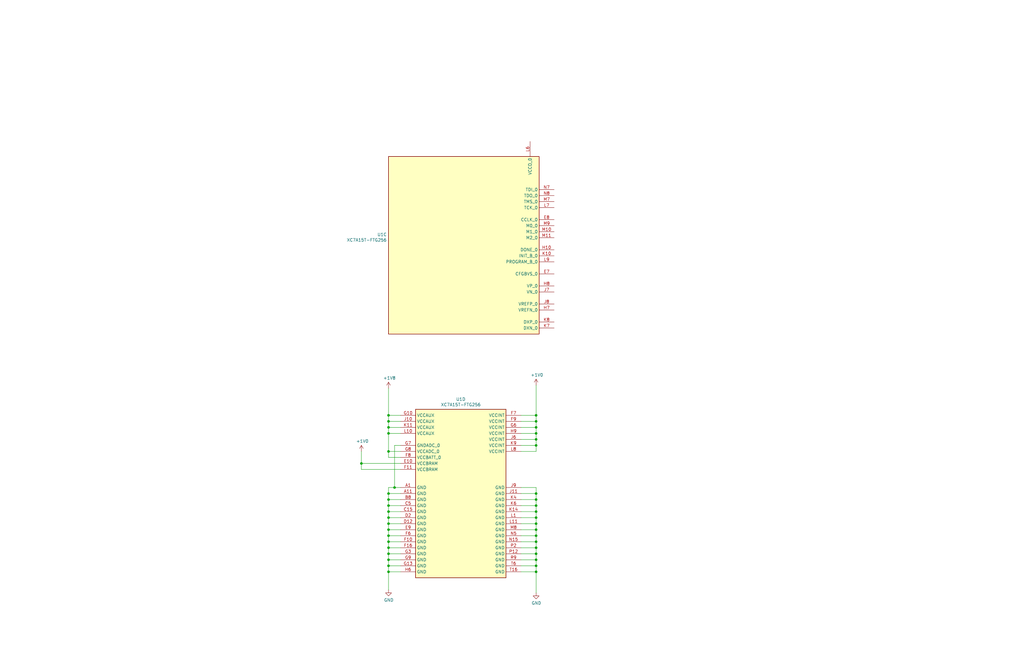
<source format=kicad_sch>
(kicad_sch (version 20200512) (host eeschema "5.99.0-unknown-adb1074~101~ubuntu20.04.1")
  (page 1 8)
  (paper "B")
  (lib_symbols
    (symbol "FPGA_Xilinx_Artix7:XC7A15T-FTG256"
      (property "Reference" "U" (at 0 1.27 0))
      (property "Value" "XC7A15T-FTG256" (at 0 -1.27 0))
      (symbol "XC7A15T-FTG256_1_1"
        (rectangle (start -44.45 67.31) (end 44.45 -73.66) (stroke (width 0.254)) (fill (type background)))
        (pin power_in line (at -40.64 73.66 270) (length 6.35) (name "VCCO_14") (number "L16"))
        (pin power_in line (at -38.1 73.66 270) (length 6.35) (name "VCCO_14") (number "M13"))
        (pin power_in line (at -35.56 73.66 270) (length 6.35) (name "VCCO_14") (number "N10"))
        (pin power_in line (at -33.02 73.66 270) (length 6.35) (name "VCCO_14") (number "P7"))
        (pin power_in line (at -30.48 73.66 270) (length 6.35) (name "VCCO_14") (number "R14"))
        (pin power_in line (at -27.94 73.66 270) (length 6.35) (name "VCCO_14") (number "T11"))
        (pin bidirectional line (at -50.8 53.34 0) (length 6.35) (name "IO_0_14") (number "K12"))
        (pin bidirectional line (at -50.8 50.8 0) (length 6.35) (name "IO_L1P_T0_D00_MOSI_14") (number "J13"))
        (pin bidirectional line (at -50.8 48.26 0) (length 6.35) (name "IO_L1N_T0_D01_DIN_14") (number "J14"))
        (pin bidirectional line (at -50.8 45.72 0) (length 6.35) (name "IO_L2P_T0_D02_14") (number "K15"))
        (pin bidirectional line (at -50.8 43.18 0) (length 6.35) (name "IO_L2N_T0_D03_14") (number "K16"))
        (pin bidirectional line (at -50.8 40.64 0) (length 6.35) (name "IO_L3P_T0_DQS_PUDC_B_14") (number "L15"))
        (pin bidirectional line (at -50.8 38.1 0) (length 6.35) (name "IO_L3N_T0_DQS_EMCCLK_14") (number "M15"))
        (pin bidirectional line (at -50.8 35.56 0) (length 6.35) (name "IO_L4P_T0_D04_14") (number "L14"))
        (pin bidirectional line (at -50.8 33.02 0) (length 6.35) (name "IO_L4N_T0_D05_14") (number "M14"))
        (pin bidirectional line (at -50.8 30.48 0) (length 6.35) (name "IO_L5P_T0_D06_14") (number "K13"))
        (pin bidirectional line (at -50.8 27.94 0) (length 6.35) (name "IO_L5N_T0_D07_14") (number "L13"))
        (pin bidirectional line (at -50.8 25.4 0) (length 6.35) (name "IO_L6P_T0_FCS_B_14") (number "L12"))
        (pin bidirectional line (at -50.8 22.86 0) (length 6.35) (name "IO_L6N_T0_D08_VREF_14") (number "M12"))
        (pin bidirectional line (at -50.8 20.32 0) (length 6.35) (name "IO_L7P_T1_D09_14") (number "M16"))
        (pin bidirectional line (at -50.8 17.78 0) (length 6.35) (name "IO_L7N_T1_D10_14") (number "N16"))
        (pin bidirectional line (at -50.8 15.24 0) (length 6.35) (name "IO_L8P_T1_D11_14") (number "P15"))
        (pin bidirectional line (at -50.8 12.7 0) (length 6.35) (name "IO_L8N_T1_D12_14") (number "P16"))
        (pin bidirectional line (at -50.8 10.16 0) (length 6.35) (name "IO_L9P_T1_DQS_14") (number "R15"))
        (pin bidirectional line (at -50.8 7.62 0) (length 6.35) (name "IO_L9N_T1_DQS_D13_14") (number "R16"))
        (pin bidirectional line (at -50.8 5.08 0) (length 6.35) (name "IO_L10P_T1_D14_14") (number "T14"))
        (pin bidirectional line (at -50.8 2.54 0) (length 6.35) (name "IO_L10N_T1_D15_14") (number "T15"))
        (pin bidirectional line (at -50.8 0 0) (length 6.35) (name "IO_L11P_T1_SRCC_14") (number "N13"))
        (pin bidirectional line (at -50.8 -2.54 0) (length 6.35) (name "IO_L11N_T1_SRCC_14") (number "P13"))
        (pin bidirectional line (at -50.8 -5.08 0) (length 6.35) (name "IO_L12P_T1_MRCC_14") (number "N14"))
        (pin bidirectional line (at -50.8 -7.62 0) (length 6.35) (name "IO_L12N_T1_MRCC_14") (number "P14"))
        (pin bidirectional line (at -50.8 -10.16 0) (length 6.35) (name "IO_L13P_T2_MRCC_14") (number "N11"))
        (pin bidirectional line (at -50.8 -12.7 0) (length 6.35) (name "IO_L13N_T2_MRCC_14") (number "N12"))
        (pin bidirectional line (at -50.8 -15.24 0) (length 6.35) (name "IO_L14P_T2_SRCC_14") (number "P10"))
        (pin bidirectional line (at -50.8 -17.78 0) (length 6.35) (name "IO_L14N_T2_SRCC_14") (number "P11"))
        (pin bidirectional line (at -50.8 -20.32 0) (length 6.35) (name "IO_L15P_T2_DQS_RDWR_B_14") (number "R12"))
        (pin bidirectional line (at -50.8 -22.86 0) (length 6.35) (name "IO_L15N_T2_DQS_DOUT_CSO_B_14") (number "T12"))
        (pin bidirectional line (at -50.8 -25.4 0) (length 6.35) (name "IO_L16P_T2_CSI_B_14") (number "R13"))
        (pin bidirectional line (at -50.8 -27.94 0) (length 6.35) (name "IO_L16N_T2_A15_D31_14") (number "T13"))
        (pin bidirectional line (at -50.8 -30.48 0) (length 6.35) (name "IO_L17P_T2_A14_D30_14") (number "R10"))
        (pin bidirectional line (at -50.8 -33.02 0) (length 6.35) (name "IO_L17N_T2_A13_D29_14") (number "R11"))
        (pin bidirectional line (at -50.8 -35.56 0) (length 6.35) (name "IO_L18P_T2_A12_D28_14") (number "N9"))
        (pin bidirectional line (at -50.8 -38.1 0) (length 6.35) (name "IO_L18N_T2_A11_D27_14") (number "P9"))
        (pin bidirectional line (at -50.8 -40.64 0) (length 6.35) (name "IO_L19P_T3_A10_D26_14") (number "M6"))
        (pin bidirectional line (at -50.8 -43.18 0) (length 6.35) (name "IO_L19N_T3_A09_D25_VREF_14") (number "N6"))
        (pin bidirectional line (at -50.8 -45.72 0) (length 6.35) (name "IO_L20P_T3_A08_D24_14") (number "P8"))
        (pin bidirectional line (at -50.8 -48.26 0) (length 6.35) (name "IO_L20N_T3_A07_D23_14") (number "R8"))
        (pin bidirectional line (at -50.8 -50.8 0) (length 6.35) (name "IO_L21P_T3_DQS_14") (number "T7"))
        (pin bidirectional line (at -50.8 -53.34 0) (length 6.35) (name "IO_L21N_T3_DQS_A06_D22_14") (number "T8"))
        (pin bidirectional line (at -50.8 -55.88 0) (length 6.35) (name "IO_L22P_T3_A05_D21_14") (number "T9"))
        (pin bidirectional line (at -50.8 -58.42 0) (length 6.35) (name "IO_L22N_T3_A04_D20_14") (number "T10"))
        (pin bidirectional line (at -50.8 -60.96 0) (length 6.35) (name "IO_L23P_T3_A03_D19_14") (number "R5"))
        (pin bidirectional line (at -50.8 -63.5 0) (length 6.35) (name "IO_L23N_T3_A02_D18_14") (number "T5"))
        (pin bidirectional line (at -50.8 -66.04 0) (length 6.35) (name "IO_L24P_T3_A01_D17_14") (number "R6"))
        (pin bidirectional line (at -50.8 -68.58 0) (length 6.35) (name "IO_L24N_T3_A00_D16_14") (number "R7"))
        (pin bidirectional line (at -50.8 -71.12 0) (length 6.35) (name "IO_25_14") (number "P6"))
        (pin power_in line (at 27.94 73.66 270) (length 6.35) (name "VCCO_15") (number "A16"))
        (pin power_in line (at 30.48 73.66 270) (length 6.35) (name "VCCO_15") (number "B13"))
        (pin power_in line (at 33.02 73.66 270) (length 6.35) (name "VCCO_15") (number "C10"))
        (pin power_in line (at 35.56 73.66 270) (length 6.35) (name "VCCO_15") (number "E14"))
        (pin power_in line (at 38.1 73.66 270) (length 6.35) (name "VCCO_15") (number "H15"))
        (pin power_in line (at 40.64 73.66 270) (length 6.35) (name "VCCO_15") (number "J12"))
        (pin bidirectional line (at 50.8 53.34 180) (length 6.35) (name "IO_0_15") (number "D10"))
        (pin bidirectional line (at 50.8 50.8 180) (length 6.35) (name "IO_L1P_T0_AD0P_15") (number "C8"))
        (pin bidirectional line (at 50.8 48.26 180) (length 6.35) (name "IO_L1N_T0_AD0N_15") (number "C9"))
        (pin bidirectional line (at 50.8 45.72 180) (length 6.35) (name "IO_L2P_T0_AD8P_15") (number "A8"))
        (pin bidirectional line (at 50.8 43.18 180) (length 6.35) (name "IO_L2N_T0_AD8N_15") (number "A9"))
        (pin bidirectional line (at 50.8 40.64 180) (length 6.35) (name "IO_L3P_T0_DQS_AD1P_15") (number "B9"))
        (pin bidirectional line (at 50.8 38.1 180) (length 6.35) (name "IO_L3N_T0_DQS_AD1N_15") (number "A10"))
        (pin bidirectional line (at 50.8 35.56 180) (length 6.35) (name "IO_L4P_T0_15") (number "B10"))
        (pin bidirectional line (at 50.8 33.02 180) (length 6.35) (name "IO_L4N_T0_15") (number "B11"))
        (pin bidirectional line (at 50.8 30.48 180) (length 6.35) (name "IO_L5P_T0_AD9P_15") (number "B12"))
        (pin bidirectional line (at 50.8 27.94 180) (length 6.35) (name "IO_L5N_T0_AD9N_15") (number "A12"))
        (pin bidirectional line (at 50.8 25.4 180) (length 6.35) (name "IO_L6P_T0_15") (number "D8"))
        (pin bidirectional line (at 50.8 22.86 180) (length 6.35) (name "IO_L6N_T0_VREF_15") (number "D9"))
        (pin bidirectional line (at 50.8 20.32 180) (length 6.35) (name "IO_L7P_T1_AD2P_15") (number "A13"))
        (pin bidirectional line (at 50.8 17.78 180) (length 6.35) (name "IO_L7N_T1_AD2N_15") (number "A14"))
        (pin bidirectional line (at 50.8 15.24 180) (length 6.35) (name "IO_L8P_T1_AD10P_15") (number "C14"))
        (pin bidirectional line (at 50.8 12.7 180) (length 6.35) (name "IO_L8N_T1_AD10N_15") (number "B14"))
        (pin bidirectional line (at 50.8 10.16 180) (length 6.35) (name "IO_L9P_T1_DQS_AD3P_15") (number "B15"))
        (pin bidirectional line (at 50.8 7.62 180) (length 6.35) (name "IO_L9N_T1_DQS_AD3N_15") (number "A15"))
        (pin bidirectional line (at 50.8 5.08 180) (length 6.35) (name "IO_L10P_T1_AD11P_15") (number "C16"))
        (pin bidirectional line (at 50.8 2.54 180) (length 6.35) (name "IO_L10N_T1_AD11N_15") (number "B16"))
        (pin bidirectional line (at 50.8 0 180) (length 6.35) (name "IO_L11P_T1_SRCC_15") (number "C11"))
        (pin bidirectional line (at 50.8 -2.54 180) (length 6.35) (name "IO_L11N_T1_SRCC_15") (number "C12"))
        (pin bidirectional line (at 50.8 -5.08 180) (length 6.35) (name "IO_L12P_T1_MRCC_15") (number "D13"))
        (pin bidirectional line (at 50.8 -7.62 180) (length 6.35) (name "IO_L12N_T1_MRCC_15") (number "C13"))
        (pin bidirectional line (at 50.8 -10.16 180) (length 6.35) (name "IO_L13P_T2_MRCC_15") (number "E12"))
        (pin bidirectional line (at 50.8 -12.7 180) (length 6.35) (name "IO_L13N_T2_MRCC_15") (number "E13"))
        (pin bidirectional line (at 50.8 -15.24 180) (length 6.35) (name "IO_L14P_T2_SRCC_15") (number "E11"))
        (pin bidirectional line (at 50.8 -17.78 180) (length 6.35) (name "IO_L14N_T2_SRCC_15") (number "D11"))
        (pin bidirectional line (at 50.8 -20.32 180) (length 6.35) (name "IO_L15P_T2_DQS_15") (number "D14"))
        (pin bidirectional line (at 50.8 -22.86 180) (length 6.35) (name "IO_L15N_T2_DQS_ADV_B_15") (number "D15"))
        (pin bidirectional line (at 50.8 -25.4 180) (length 6.35) (name "IO_L16P_T2_A28_15") (number "F12"))
        (pin bidirectional line (at 50.8 -27.94 180) (length 6.35) (name "IO_L16N_T2_A27_15") (number "F13"))
        (pin bidirectional line (at 50.8 -30.48 180) (length 6.35) (name "IO_L17P_T2_A26_15") (number "E16"))
        (pin bidirectional line (at 50.8 -33.02 180) (length 6.35) (name "IO_L17N_T2_A25_15") (number "D16"))
        (pin bidirectional line (at 50.8 -35.56 180) (length 6.35) (name "IO_L18P_T2_A24_15") (number "F15"))
        (pin bidirectional line (at 50.8 -38.1 180) (length 6.35) (name "IO_L18N_T2_A23_15") (number "E15"))
        (pin bidirectional line (at 50.8 -40.64 180) (length 6.35) (name "IO_L19P_T3_A22_15") (number "H11"))
        (pin bidirectional line (at 50.8 -43.18 180) (length 6.35) (name "IO_L19N_T3_A21_VREF_15") (number "G12"))
        (pin bidirectional line (at 50.8 -45.72 180) (length 6.35) (name "IO_L20P_T3_A20_15") (number "H12"))
        (pin bidirectional line (at 50.8 -48.26 180) (length 6.35) (name "IO_L20N_T3_A19_15") (number "H13"))
        (pin bidirectional line (at 50.8 -50.8 180) (length 6.35) (name "IO_L21P_T3_DQS_15") (number "G14"))
        (pin bidirectional line (at 50.8 -53.34 180) (length 6.35) (name "IO_L21N_T3_DQS_A18_15") (number "F14"))
        (pin bidirectional line (at 50.8 -55.88 180) (length 6.35) (name "IO_L22P_T3_A17_15") (number "H16"))
        (pin bidirectional line (at 50.8 -58.42 180) (length 6.35) (name "IO_L22N_T3_A16_15") (number "G16"))
        (pin bidirectional line (at 50.8 -60.96 180) (length 6.35) (name "IO_L23P_T3_FOE_B_15") (number "J15"))
        (pin bidirectional line (at 50.8 -63.5 180) (length 6.35) (name "IO_L23N_T3_FWE_B_15") (number "J16"))
        (pin bidirectional line (at 50.8 -66.04 180) (length 6.35) (name "IO_L24P_T3_RS1_15") (number "H14"))
        (pin bidirectional line (at 50.8 -68.58 180) (length 6.35) (name "IO_L24N_T3_RS0_15") (number "G15"))
        (pin bidirectional line (at 50.8 -71.12 180) (length 6.35) (name "IO_25_15") (number "G11"))
      )
      (symbol "XC7A15T-FTG256_2_1"
        (rectangle (start -44.45 67.31) (end 44.45 -73.66) (stroke (width 0.254)) (fill (type background)))
        (pin power_in line (at -40.64 73.66 270) (length 6.35) (name "VCCO_34") (number "M3"))
        (pin power_in line (at -38.1 73.66 270) (length 6.35) (name "VCCO_34") (number "R4"))
        (pin power_in line (at -35.56 73.66 270) (length 6.35) (name "VCCO_34") (number "T1"))
        (pin bidirectional line (at -50.8 53.34 0) (length 6.35) (name "IO_0_34") (number "L5"))
        (pin bidirectional line (at -50.8 50.8 0) (length 6.35) (name "IO_L1P_T0_34") (number "L4"))
        (pin bidirectional line (at -50.8 48.26 0) (length 6.35) (name "IO_L1N_T0_34") (number "M4"))
        (pin bidirectional line (at -50.8 45.72 0) (length 6.35) (name "IO_L2P_T0_34") (number "M2"))
        (pin bidirectional line (at -50.8 43.18 0) (length 6.35) (name "IO_L2N_T0_34") (number "M1"))
        (pin bidirectional line (at -50.8 40.64 0) (length 6.35) (name "IO_L3P_T0_DQS_34") (number "N3"))
        (pin bidirectional line (at -50.8 38.1 0) (length 6.35) (name "IO_L3N_T0_DQS_34") (number "N2"))
        (pin bidirectional line (at -50.8 35.56 0) (length 6.35) (name "IO_L4P_T0_34") (number "N1"))
        (pin bidirectional line (at -50.8 33.02 0) (length 6.35) (name "IO_L4N_T0_34") (number "P1"))
        (pin bidirectional line (at -50.8 30.48 0) (length 6.35) (name "IO_L5P_T0_34") (number "P4"))
        (pin bidirectional line (at -50.8 27.94 0) (length 6.35) (name "IO_L5N_T0_34") (number "P3"))
        (pin bidirectional line (at -50.8 25.4 0) (length 6.35) (name "IO_L6P_T0_34") (number "M5"))
        (pin bidirectional line (at -50.8 22.86 0) (length 6.35) (name "IO_L6N_T0_VREF_34") (number "N4"))
        (pin bidirectional line (at -50.8 20.32 0) (length 6.35) (name "IO_L7P_T1_34") (number "R2"))
        (pin bidirectional line (at -50.8 17.78 0) (length 6.35) (name "IO_L7N_T1_34") (number "R1"))
        (pin bidirectional line (at -50.8 15.24 0) (length 6.35) (name "IO_L8P_T1_34") (number "R3"))
        (pin bidirectional line (at -50.8 12.7 0) (length 6.35) (name "IO_L8N_T1_34") (number "T2"))
        (pin bidirectional line (at -50.8 10.16 0) (length 6.35) (name "IO_L9P_T1_DQS_34") (number "T4"))
        (pin bidirectional line (at -50.8 7.62 0) (length 6.35) (name "IO_L9N_T1_DQS_34") (number "T3"))
        (pin bidirectional line (at -50.8 5.08 0) (length 6.35) (name "IO_L10P_T1_34") (number "P5"))
        (pin power_in line (at 27.94 73.66 270) (length 6.35) (name "VCCO_35") (number "A6"))
        (pin power_in line (at 30.48 73.66 270) (length 6.35) (name "VCCO_35") (number "B3"))
        (pin power_in line (at 33.02 73.66 270) (length 6.35) (name "VCCO_35") (number "D7"))
        (pin power_in line (at 35.56 73.66 270) (length 6.35) (name "VCCO_35") (number "E4"))
        (pin power_in line (at 38.1 73.66 270) (length 6.35) (name "VCCO_35") (number "F1"))
        (pin power_in line (at 40.64 73.66 270) (length 6.35) (name "VCCO_35") (number "J2"))
        (pin bidirectional line (at 50.8 53.34 180) (length 6.35) (name "IO_0_35") (number "E6"))
        (pin bidirectional line (at 50.8 50.8 180) (length 6.35) (name "IO_L1P_T0_AD4P_35") (number "B7"))
        (pin bidirectional line (at 50.8 48.26 180) (length 6.35) (name "IO_L1N_T0_AD4N_35") (number "A7"))
        (pin bidirectional line (at 50.8 45.72 180) (length 6.35) (name "IO_L2P_T0_AD12P_35") (number "B6"))
        (pin bidirectional line (at 50.8 43.18 180) (length 6.35) (name "IO_L2N_T0_AD12N_35") (number "B5"))
        (pin bidirectional line (at 50.8 40.64 180) (length 6.35) (name "IO_L3P_T0_DQS_AD5P_35") (number "A5"))
        (pin bidirectional line (at 50.8 38.1 180) (length 6.35) (name "IO_L3N_T0_DQS_AD5N_35") (number "A4"))
        (pin bidirectional line (at 50.8 35.56 180) (length 6.35) (name "IO_L4P_T0_35") (number "B4"))
        (pin bidirectional line (at 50.8 33.02 180) (length 6.35) (name "IO_L4N_T0_35") (number "A3"))
        (pin bidirectional line (at 50.8 30.48 180) (length 6.35) (name "IO_L5P_T0_AD13P_35") (number "C7"))
        (pin bidirectional line (at 50.8 27.94 180) (length 6.35) (name "IO_L5N_T0_AD13N_35") (number "C6"))
        (pin bidirectional line (at 50.8 25.4 180) (length 6.35) (name "IO_L6P_T0_35") (number "D6"))
        (pin bidirectional line (at 50.8 22.86 180) (length 6.35) (name "IO_L6N_T0_VREF_35") (number "D5"))
        (pin bidirectional line (at 50.8 20.32 180) (length 6.35) (name "IO_L7P_T1_AD6P_35") (number "C3"))
        (pin bidirectional line (at 50.8 17.78 180) (length 6.35) (name "IO_L7N_T1_AD6N_35") (number "C2"))
        (pin bidirectional line (at 50.8 15.24 180) (length 6.35) (name "IO_L8P_T1_AD14P_35") (number "B2"))
        (pin bidirectional line (at 50.8 12.7 180) (length 6.35) (name "IO_L8N_T1_AD14N_35") (number "A2"))
        (pin bidirectional line (at 50.8 10.16 180) (length 6.35) (name "IO_L9P_T1_DQS_AD7P_35") (number "C1"))
        (pin bidirectional line (at 50.8 7.62 180) (length 6.35) (name "IO_L9N_T1_DQS_AD7N_35") (number "B1"))
        (pin bidirectional line (at 50.8 5.08 180) (length 6.35) (name "IO_L10P_T1_AD15P_35") (number "E2"))
        (pin bidirectional line (at 50.8 2.54 180) (length 6.35) (name "IO_L10N_T1_AD15N_35") (number "D1"))
        (pin bidirectional line (at 50.8 0 180) (length 6.35) (name "IO_L11P_T1_SRCC_35") (number "E3"))
        (pin bidirectional line (at 50.8 -2.54 180) (length 6.35) (name "IO_L11N_T1_SRCC_35") (number "D3"))
        (pin bidirectional line (at 50.8 -5.08 180) (length 6.35) (name "IO_L12P_T1_MRCC_35") (number "D4"))
        (pin bidirectional line (at 50.8 -7.62 180) (length 6.35) (name "IO_L12N_T1_MRCC_35") (number "C4"))
        (pin bidirectional line (at 50.8 -10.16 180) (length 6.35) (name "IO_L13P_T2_MRCC_35") (number "F5"))
        (pin bidirectional line (at 50.8 -12.7 180) (length 6.35) (name "IO_L13N_T2_MRCC_35") (number "E5"))
        (pin bidirectional line (at 50.8 -15.24 180) (length 6.35) (name "IO_L14P_T2_SRCC_35") (number "F4"))
        (pin bidirectional line (at 50.8 -17.78 180) (length 6.35) (name "IO_L14N_T2_SRCC_35") (number "F3"))
        (pin bidirectional line (at 50.8 -20.32 180) (length 6.35) (name "IO_L15P_T2_DQS_35") (number "F2"))
        (pin bidirectional line (at 50.8 -22.86 180) (length 6.35) (name "IO_L15N_T2_DQS_35") (number "E1"))
        (pin bidirectional line (at 50.8 -25.4 180) (length 6.35) (name "IO_L16P_T2_35") (number "G5"))
        (pin bidirectional line (at 50.8 -27.94 180) (length 6.35) (name "IO_L16N_T2_35") (number "G4"))
        (pin bidirectional line (at 50.8 -30.48 180) (length 6.35) (name "IO_L17P_T2_35") (number "G2"))
        (pin bidirectional line (at 50.8 -33.02 180) (length 6.35) (name "IO_L17N_T2_35") (number "G1"))
        (pin bidirectional line (at 50.8 -35.56 180) (length 6.35) (name "IO_L18P_T2_35") (number "H5"))
        (pin bidirectional line (at 50.8 -38.1 180) (length 6.35) (name "IO_L18N_T2_35") (number "H4"))
        (pin bidirectional line (at 50.8 -40.64 180) (length 6.35) (name "IO_L19P_T3_35") (number "J5"))
        (pin bidirectional line (at 50.8 -43.18 180) (length 6.35) (name "IO_L19N_T3_VREF_35") (number "J4"))
        (pin bidirectional line (at 50.8 -45.72 180) (length 6.35) (name "IO_L20P_T3_35") (number "H2"))
        (pin bidirectional line (at 50.8 -48.26 180) (length 6.35) (name "IO_L20N_T3_35") (number "H1"))
        (pin bidirectional line (at 50.8 -50.8 180) (length 6.35) (name "IO_L21P_T3_DQS_35") (number "J3"))
        (pin bidirectional line (at 50.8 -53.34 180) (length 6.35) (name "IO_L21N_T3_DQS_35") (number "H3"))
        (pin bidirectional line (at 50.8 -55.88 180) (length 6.35) (name "IO_L22P_T3_35") (number "K1"))
        (pin bidirectional line (at 50.8 -58.42 180) (length 6.35) (name "IO_L22N_T3_35") (number "J1"))
        (pin bidirectional line (at 50.8 -60.96 180) (length 6.35) (name "IO_L23P_T3_35") (number "L3"))
        (pin bidirectional line (at 50.8 -63.5 180) (length 6.35) (name "IO_L23N_T3_35") (number "L2"))
        (pin bidirectional line (at 50.8 -66.04 180) (length 6.35) (name "IO_L24P_T3_35") (number "K3"))
        (pin bidirectional line (at 50.8 -68.58 180) (length 6.35) (name "IO_L24N_T3_35") (number "K2"))
        (pin bidirectional line (at 50.8 -71.12 180) (length 6.35) (name "IO_25_35") (number "K5"))
      )
      (symbol "XC7A15T-FTG256_3_1"
        (rectangle (start -31.75 34.29) (end 31.75 -40.64) (stroke (width 0.254)) (fill (type background)))
        (pin power_in line (at 27.94 40.64 270) (length 6.35) (name "VCCO_0") (number "L6"))
        (pin bidirectional line (at 38.1 20.32 180) (length 6.35) (name "TDI_0") (number "N7"))
        (pin bidirectional line (at 38.1 17.78 180) (length 6.35) (name "TDO_0") (number "N8"))
        (pin bidirectional line (at 38.1 15.24 180) (length 6.35) (name "TMS_0") (number "M7"))
        (pin bidirectional line (at 38.1 12.7 180) (length 6.35) (name "TCK_0") (number "L7"))
        (pin bidirectional line (at 38.1 7.62 180) (length 6.35) (name "CCLK_0") (number "E8"))
        (pin bidirectional line (at 38.1 5.08 180) (length 6.35) (name "M0_0") (number "M9"))
        (pin bidirectional line (at 38.1 2.54 180) (length 6.35) (name "M1_0") (number "M10"))
        (pin bidirectional line (at 38.1 0 180) (length 6.35) (name "M2_0") (number "M11"))
        (pin bidirectional line (at 38.1 -5.08 180) (length 6.35) (name "DONE_0") (number "H10"))
        (pin bidirectional line (at 38.1 -7.62 180) (length 6.35) (name "INIT_B_0") (number "K10"))
        (pin bidirectional line (at 38.1 -10.16 180) (length 6.35) (name "PROGRAM_B_0") (number "L9"))
        (pin bidirectional line (at 38.1 -15.24 180) (length 6.35) (name "CFGBVS_0") (number "E7"))
        (pin bidirectional line (at 38.1 -20.32 180) (length 6.35) (name "VP_0") (number "H8"))
        (pin bidirectional line (at 38.1 -22.86 180) (length 6.35) (name "VN_0") (number "J7"))
        (pin bidirectional line (at 38.1 -27.94 180) (length 6.35) (name "VREFP_0") (number "J8"))
        (pin bidirectional line (at 38.1 -30.48 180) (length 6.35) (name "VREFN_0") (number "H7"))
        (pin bidirectional line (at 38.1 -35.56 180) (length 6.35) (name "DXP_0") (number "K8"))
        (pin bidirectional line (at 38.1 -38.1 180) (length 6.35) (name "DXN_0") (number "K7"))
      )
      (symbol "XC7A15T-FTG256_4_1"
        (rectangle (start -19.05 35.56) (end 19.05 -35.56) (stroke (width 0.254)) (fill (type background)))
        (pin power_in line (at -25.4 33.02 0) (length 6.35) (name "VCCAUX") (number "G10"))
        (pin power_in line (at -25.4 30.48 0) (length 6.35) (name "VCCAUX") (number "J10"))
        (pin power_in line (at -25.4 27.94 0) (length 6.35) (name "VCCAUX") (number "K11"))
        (pin power_in line (at -25.4 25.4 0) (length 6.35) (name "VCCAUX") (number "L10"))
        (pin power_in line (at -25.4 20.32 0) (length 6.35) (name "GNDADC_0") (number "G7"))
        (pin power_in line (at -25.4 17.78 0) (length 6.35) (name "VCCADC_0") (number "G8"))
        (pin power_in line (at -25.4 15.24 0) (length 6.35) (name "VCCBATT_0") (number "F8"))
        (pin power_in line (at -25.4 12.7 0) (length 6.35) (name "VCCBRAM") (number "E10"))
        (pin power_in line (at -25.4 10.16 0) (length 6.35) (name "VCCBRAM") (number "F11"))
        (pin power_in line (at -25.4 2.54 0) (length 6.35) (name "GND") (number "A1"))
        (pin power_in line (at -25.4 0 0) (length 6.35) (name "GND") (number "A11"))
        (pin power_in line (at -25.4 -2.54 0) (length 6.35) (name "GND") (number "B8"))
        (pin power_in line (at -25.4 -5.08 0) (length 6.35) (name "GND") (number "C5"))
        (pin power_in line (at -25.4 -7.62 0) (length 6.35) (name "GND") (number "C15"))
        (pin power_in line (at -25.4 -10.16 0) (length 6.35) (name "GND") (number "D2"))
        (pin power_in line (at -25.4 -12.7 0) (length 6.35) (name "GND") (number "D12"))
        (pin power_in line (at -25.4 -15.24 0) (length 6.35) (name "GND") (number "E9"))
        (pin power_in line (at -25.4 -17.78 0) (length 6.35) (name "GND") (number "F6"))
        (pin power_in line (at -25.4 -20.32 0) (length 6.35) (name "GND") (number "F10"))
        (pin power_in line (at -25.4 -22.86 0) (length 6.35) (name "GND") (number "F16"))
        (pin power_in line (at -25.4 -25.4 0) (length 6.35) (name "GND") (number "G3"))
        (pin power_in line (at -25.4 -27.94 0) (length 6.35) (name "GND") (number "G9"))
        (pin power_in line (at -25.4 -30.48 0) (length 6.35) (name "GND") (number "G13"))
        (pin power_in line (at -25.4 -33.02 0) (length 6.35) (name "GND") (number "H6"))
        (pin power_in line (at 25.4 33.02 180) (length 6.35) (name "VCCINT") (number "F7"))
        (pin power_in line (at 25.4 30.48 180) (length 6.35) (name "VCCINT") (number "F9"))
        (pin power_in line (at 25.4 27.94 180) (length 6.35) (name "VCCINT") (number "G6"))
        (pin power_in line (at 25.4 25.4 180) (length 6.35) (name "VCCINT") (number "H9"))
        (pin power_in line (at 25.4 22.86 180) (length 6.35) (name "VCCINT") (number "J6"))
        (pin power_in line (at 25.4 20.32 180) (length 6.35) (name "VCCINT") (number "K9"))
        (pin power_in line (at 25.4 17.78 180) (length 6.35) (name "VCCINT") (number "L8"))
        (pin power_in line (at 25.4 2.54 180) (length 6.35) (name "GND") (number "J9"))
        (pin power_in line (at 25.4 0 180) (length 6.35) (name "GND") (number "J11"))
        (pin power_in line (at 25.4 -2.54 180) (length 6.35) (name "GND") (number "K4"))
        (pin power_in line (at 25.4 -5.08 180) (length 6.35) (name "GND") (number "K6"))
        (pin power_in line (at 25.4 -7.62 180) (length 6.35) (name "GND") (number "K14"))
        (pin power_in line (at 25.4 -10.16 180) (length 6.35) (name "GND") (number "L1"))
        (pin power_in line (at 25.4 -12.7 180) (length 6.35) (name "GND") (number "L11"))
        (pin power_in line (at 25.4 -15.24 180) (length 6.35) (name "GND") (number "M8"))
        (pin power_in line (at 25.4 -17.78 180) (length 6.35) (name "GND") (number "N5"))
        (pin power_in line (at 25.4 -20.32 180) (length 6.35) (name "GND") (number "N15"))
        (pin power_in line (at 25.4 -22.86 180) (length 6.35) (name "GND") (number "P2"))
        (pin power_in line (at 25.4 -25.4 180) (length 6.35) (name "GND") (number "P12"))
        (pin power_in line (at 25.4 -27.94 180) (length 6.35) (name "GND") (number "R9"))
        (pin power_in line (at 25.4 -30.48 180) (length 6.35) (name "GND") (number "T6"))
        (pin power_in line (at 25.4 -33.02 180) (length 6.35) (name "GND") (number "T16"))
      )
    )
    (symbol "power:+1V0" (power) (pin_names (offset 0))
      (property "Value" "+1V0" (at 0 3.556 0))
      (symbol "+1V0_0_1"
        (polyline (pts (xy -0.762 1.27) (xy 0 2.54)))
        (polyline (pts (xy 0 0) (xy 0 2.54)))
        (polyline (pts (xy 0 2.54) (xy 0.762 1.27)))
      )
      (symbol "+1V0_1_1"
        (pin power_in line (at 0 0 90) (length 0) hide (name "+1V0") (number "1"))
      )
    )
    (symbol "power:+1V8" (power) (pin_names (offset 0))
      (property "Value" "+1V8" (at 0 3.556 0))
      (symbol "+1V8_0_1"
        (polyline (pts (xy -0.762 1.27) (xy 0 2.54)))
        (polyline (pts (xy 0 0) (xy 0 2.54)))
        (polyline (pts (xy 0 2.54) (xy 0.762 1.27)))
      )
      (symbol "+1V8_1_1"
        (pin power_in line (at 0 0 90) (length 0) hide (name "+1V8") (number "1"))
      )
    )
    (symbol "power:GND" (power) (pin_names (offset 0))
      (property "Value" "GND" (at 0 -3.81 0))
      (symbol "GND_0_1"
        (polyline (pts (xy 0 0) (xy 0 -1.27) (xy 1.27 -1.27) (xy 0 -2.54) (xy -1.27 -1.27) (xy 0 -1.27)))
      )
      (symbol "GND_1_1"
        (pin power_in line (at 0 0 270) (length 0) hide (name "GND") (number "1"))
      )
    )
  )
  (junction (at 152.4 195.58))
  (junction (at 163.83 175.26))
  (junction (at 163.83 177.8))
  (junction (at 163.83 180.34))
  (junction (at 163.83 182.88))
  (junction (at 163.83 190.5))
  (junction (at 163.83 208.28))
  (junction (at 163.83 210.82))
  (junction (at 163.83 213.36))
  (junction (at 163.83 215.9))
  (junction (at 163.83 218.44))
  (junction (at 163.83 220.98))
  (junction (at 163.83 223.52))
  (junction (at 163.83 226.06))
  (junction (at 163.83 228.6))
  (junction (at 163.83 231.14))
  (junction (at 163.83 233.68))
  (junction (at 163.83 236.22))
  (junction (at 163.83 238.76))
  (junction (at 163.83 241.3))
  (junction (at 166.37 205.74))
  (junction (at 226.06 175.26))
  (junction (at 226.06 177.8))
  (junction (at 226.06 180.34))
  (junction (at 226.06 182.88))
  (junction (at 226.06 185.42))
  (junction (at 226.06 187.96))
  (junction (at 226.06 208.28))
  (junction (at 226.06 210.82))
  (junction (at 226.06 213.36))
  (junction (at 226.06 215.9))
  (junction (at 226.06 218.44))
  (junction (at 226.06 220.98))
  (junction (at 226.06 223.52))
  (junction (at 226.06 226.06))
  (junction (at 226.06 228.6))
  (junction (at 226.06 231.14))
  (junction (at 226.06 233.68))
  (junction (at 226.06 236.22))
  (junction (at 226.06 238.76))
  (junction (at 226.06 241.3))
  (wire (pts (xy 152.4 190.5) (xy 152.4 195.58)))
  (wire (pts (xy 152.4 195.58) (xy 152.4 198.12)))
  (wire (pts (xy 152.4 195.58) (xy 168.91 195.58)))
  (wire (pts (xy 163.83 163.83) (xy 163.83 175.26)))
  (wire (pts (xy 163.83 175.26) (xy 163.83 177.8)))
  (wire (pts (xy 163.83 175.26) (xy 168.91 175.26)))
  (wire (pts (xy 163.83 177.8) (xy 163.83 180.34)))
  (wire (pts (xy 163.83 177.8) (xy 168.91 177.8)))
  (wire (pts (xy 163.83 180.34) (xy 163.83 182.88)))
  (wire (pts (xy 163.83 180.34) (xy 168.91 180.34)))
  (wire (pts (xy 163.83 190.5) (xy 163.83 182.88)))
  (wire (pts (xy 163.83 193.04) (xy 163.83 190.5)))
  (wire (pts (xy 163.83 205.74) (xy 166.37 205.74)))
  (wire (pts (xy 163.83 208.28) (xy 163.83 205.74)))
  (wire (pts (xy 163.83 208.28) (xy 168.91 208.28)))
  (wire (pts (xy 163.83 210.82) (xy 163.83 208.28)))
  (wire (pts (xy 163.83 210.82) (xy 168.91 210.82)))
  (wire (pts (xy 163.83 213.36) (xy 163.83 210.82)))
  (wire (pts (xy 163.83 213.36) (xy 168.91 213.36)))
  (wire (pts (xy 163.83 215.9) (xy 163.83 213.36)))
  (wire (pts (xy 163.83 215.9) (xy 168.91 215.9)))
  (wire (pts (xy 163.83 218.44) (xy 163.83 215.9)))
  (wire (pts (xy 163.83 218.44) (xy 168.91 218.44)))
  (wire (pts (xy 163.83 220.98) (xy 163.83 218.44)))
  (wire (pts (xy 163.83 220.98) (xy 168.91 220.98)))
  (wire (pts (xy 163.83 223.52) (xy 163.83 220.98)))
  (wire (pts (xy 163.83 223.52) (xy 163.83 226.06)))
  (wire (pts (xy 163.83 223.52) (xy 168.91 223.52)))
  (wire (pts (xy 163.83 226.06) (xy 163.83 228.6)))
  (wire (pts (xy 163.83 228.6) (xy 163.83 231.14)))
  (wire (pts (xy 163.83 228.6) (xy 168.91 228.6)))
  (wire (pts (xy 163.83 231.14) (xy 163.83 233.68)))
  (wire (pts (xy 163.83 231.14) (xy 168.91 231.14)))
  (wire (pts (xy 163.83 233.68) (xy 163.83 236.22)))
  (wire (pts (xy 163.83 233.68) (xy 168.91 233.68)))
  (wire (pts (xy 163.83 236.22) (xy 163.83 238.76)))
  (wire (pts (xy 163.83 238.76) (xy 163.83 241.3)))
  (wire (pts (xy 163.83 238.76) (xy 168.91 238.76)))
  (wire (pts (xy 163.83 241.3) (xy 163.83 248.92)))
  (wire (pts (xy 163.83 241.3) (xy 168.91 241.3)))
  (wire (pts (xy 166.37 187.96) (xy 166.37 205.74)))
  (wire (pts (xy 166.37 205.74) (xy 168.91 205.74)))
  (wire (pts (xy 168.91 182.88) (xy 163.83 182.88)))
  (wire (pts (xy 168.91 187.96) (xy 166.37 187.96)))
  (wire (pts (xy 168.91 190.5) (xy 163.83 190.5)))
  (wire (pts (xy 168.91 193.04) (xy 163.83 193.04)))
  (wire (pts (xy 168.91 198.12) (xy 152.4 198.12)))
  (wire (pts (xy 168.91 226.06) (xy 163.83 226.06)))
  (wire (pts (xy 168.91 236.22) (xy 163.83 236.22)))
  (wire (pts (xy 219.71 175.26) (xy 226.06 175.26)))
  (wire (pts (xy 219.71 177.8) (xy 226.06 177.8)))
  (wire (pts (xy 219.71 180.34) (xy 226.06 180.34)))
  (wire (pts (xy 219.71 182.88) (xy 226.06 182.88)))
  (wire (pts (xy 219.71 185.42) (xy 226.06 185.42)))
  (wire (pts (xy 219.71 187.96) (xy 226.06 187.96)))
  (wire (pts (xy 219.71 190.5) (xy 226.06 190.5)))
  (wire (pts (xy 219.71 205.74) (xy 226.06 205.74)))
  (wire (pts (xy 219.71 208.28) (xy 226.06 208.28)))
  (wire (pts (xy 219.71 210.82) (xy 226.06 210.82)))
  (wire (pts (xy 219.71 213.36) (xy 226.06 213.36)))
  (wire (pts (xy 219.71 215.9) (xy 226.06 215.9)))
  (wire (pts (xy 219.71 218.44) (xy 226.06 218.44)))
  (wire (pts (xy 219.71 220.98) (xy 226.06 220.98)))
  (wire (pts (xy 219.71 223.52) (xy 226.06 223.52)))
  (wire (pts (xy 219.71 226.06) (xy 226.06 226.06)))
  (wire (pts (xy 219.71 228.6) (xy 226.06 228.6)))
  (wire (pts (xy 219.71 231.14) (xy 226.06 231.14)))
  (wire (pts (xy 219.71 233.68) (xy 226.06 233.68)))
  (wire (pts (xy 219.71 236.22) (xy 226.06 236.22)))
  (wire (pts (xy 219.71 238.76) (xy 226.06 238.76)))
  (wire (pts (xy 219.71 241.3) (xy 226.06 241.3)))
  (wire (pts (xy 226.06 162.56) (xy 226.06 175.26)))
  (wire (pts (xy 226.06 175.26) (xy 226.06 177.8)))
  (wire (pts (xy 226.06 177.8) (xy 226.06 180.34)))
  (wire (pts (xy 226.06 180.34) (xy 226.06 182.88)))
  (wire (pts (xy 226.06 182.88) (xy 226.06 185.42)))
  (wire (pts (xy 226.06 185.42) (xy 226.06 187.96)))
  (wire (pts (xy 226.06 187.96) (xy 226.06 190.5)))
  (wire (pts (xy 226.06 205.74) (xy 226.06 208.28)))
  (wire (pts (xy 226.06 208.28) (xy 226.06 210.82)))
  (wire (pts (xy 226.06 210.82) (xy 226.06 213.36)))
  (wire (pts (xy 226.06 213.36) (xy 226.06 215.9)))
  (wire (pts (xy 226.06 215.9) (xy 226.06 218.44)))
  (wire (pts (xy 226.06 218.44) (xy 226.06 220.98)))
  (wire (pts (xy 226.06 220.98) (xy 226.06 223.52)))
  (wire (pts (xy 226.06 223.52) (xy 226.06 226.06)))
  (wire (pts (xy 226.06 226.06) (xy 226.06 228.6)))
  (wire (pts (xy 226.06 228.6) (xy 226.06 231.14)))
  (wire (pts (xy 226.06 231.14) (xy 226.06 233.68)))
  (wire (pts (xy 226.06 233.68) (xy 226.06 236.22)))
  (wire (pts (xy 226.06 236.22) (xy 226.06 238.76)))
  (wire (pts (xy 226.06 238.76) (xy 226.06 241.3)))
  (wire (pts (xy 226.06 241.3) (xy 226.06 250.19)))
  (symbol (lib_id "power:+1V0") (at 152.4 190.5 0) (unit 1)
    (property "Reference" "#PWR0123" (effects hide))
    (property "Value" "+1V0" (at 152.781 186.182 0))
  )
  (symbol (lib_id "power:+1V8") (at 163.83 163.83 0) (unit 1)
    (property "Reference" "#PWR0125" (effects hide))
    (property "Value" "+1V8" (at 164.211 159.512 0))
  )
  (symbol (lib_id "power:+1V0") (at 226.06 162.56 0) (unit 1)
    (property "Reference" "#PWR0126" (effects hide))
    (property "Value" "+1V0" (at 226.441 158.242 0))
  )
  (symbol (lib_id "power:GND") (at 163.83 248.92 0) (unit 1)
    (property "Reference" "#PWR0127" (effects hide))
    (property "Value" "GND" (at 163.957 253.238 0))
  )
  (symbol (lib_id "power:GND") (at 226.06 250.19 0) (unit 1)
    (property "Reference" "#PWR0124" (effects hide))
    (property "Value" "GND" (at 226.187 254.508 0))
  )
  (symbol (lib_id "FPGA_Xilinx_Artix7:XC7A15T-FTG256") (at 194.31 208.28 0) (unit 4)
    (property "Reference" "U1" (at 194.31 168.4782 0))
    (property "Value" "XC7A15T-FTG256" (at 194.31 170.7896 0))
    (property "Footprint" "Package_BGA:Xilinx_FTG256" (effects hide))
  )
  (symbol (lib_id "FPGA_Xilinx_Artix7:XC7A15T-FTG256") (at 195.58 100.33 0) (unit 3)
    (property "Reference" "U1" (at 163.0934 98.9838 0) (effects (justify right)))
    (property "Value" "XC7A15T-FTG256" (at 163.0934 101.2952 0) (effects (justify right)))
    (property "Footprint" "Package_BGA:Xilinx_FTG256" (effects hide))
  )
)
</source>
